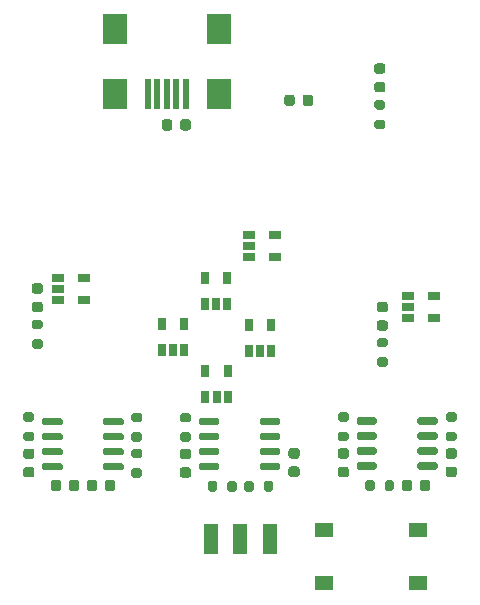
<source format=gbr>
G04 #@! TF.GenerationSoftware,KiCad,Pcbnew,(5.1.9)-1*
G04 #@! TF.CreationDate,2021-05-06T17:03:27+01:00*
G04 #@! TF.ProjectId,Little Logic Computer - Power+Timing,4c697474-6c65-4204-9c6f-67696320436f,2.0*
G04 #@! TF.SameCoordinates,Original*
G04 #@! TF.FileFunction,Paste,Top*
G04 #@! TF.FilePolarity,Positive*
%FSLAX46Y46*%
G04 Gerber Fmt 4.6, Leading zero omitted, Abs format (unit mm)*
G04 Created by KiCad (PCBNEW (5.1.9)-1) date 2021-05-06 17:03:27*
%MOMM*%
%LPD*%
G01*
G04 APERTURE LIST*
%ADD10R,1.060000X0.650000*%
%ADD11R,0.650000X1.060000*%
%ADD12R,1.250000X2.500000*%
%ADD13R,1.550000X1.300000*%
%ADD14R,0.500000X2.500000*%
%ADD15R,2.000000X2.500000*%
G04 APERTURE END LIST*
G36*
G01*
X109669000Y-104201400D02*
X109119000Y-104201400D01*
G75*
G02*
X108919000Y-104001400I0J200000D01*
G01*
X108919000Y-103601400D01*
G75*
G02*
X109119000Y-103401400I200000J0D01*
G01*
X109669000Y-103401400D01*
G75*
G02*
X109869000Y-103601400I0J-200000D01*
G01*
X109869000Y-104001400D01*
G75*
G02*
X109669000Y-104201400I-200000J0D01*
G01*
G37*
G36*
G01*
X109669000Y-105851400D02*
X109119000Y-105851400D01*
G75*
G02*
X108919000Y-105651400I0J200000D01*
G01*
X108919000Y-105251400D01*
G75*
G02*
X109119000Y-105051400I200000J0D01*
G01*
X109669000Y-105051400D01*
G75*
G02*
X109869000Y-105251400I0J-200000D01*
G01*
X109869000Y-105651400D01*
G75*
G02*
X109669000Y-105851400I-200000J0D01*
G01*
G37*
G36*
G01*
X138675800Y-85596400D02*
X138125800Y-85596400D01*
G75*
G02*
X137925800Y-85396400I0J200000D01*
G01*
X137925800Y-84996400D01*
G75*
G02*
X138125800Y-84796400I200000J0D01*
G01*
X138675800Y-84796400D01*
G75*
G02*
X138875800Y-84996400I0J-200000D01*
G01*
X138875800Y-85396400D01*
G75*
G02*
X138675800Y-85596400I-200000J0D01*
G01*
G37*
G36*
G01*
X138675800Y-87246400D02*
X138125800Y-87246400D01*
G75*
G02*
X137925800Y-87046400I0J200000D01*
G01*
X137925800Y-86646400D01*
G75*
G02*
X138125800Y-86446400I200000J0D01*
G01*
X138675800Y-86446400D01*
G75*
G02*
X138875800Y-86646400I0J-200000D01*
G01*
X138875800Y-87046400D01*
G75*
G02*
X138675800Y-87246400I-200000J0D01*
G01*
G37*
G36*
G01*
X109650250Y-101177600D02*
X109137750Y-101177600D01*
G75*
G02*
X108919000Y-100958850I0J218750D01*
G01*
X108919000Y-100521350D01*
G75*
G02*
X109137750Y-100302600I218750J0D01*
G01*
X109650250Y-100302600D01*
G75*
G02*
X109869000Y-100521350I0J-218750D01*
G01*
X109869000Y-100958850D01*
G75*
G02*
X109650250Y-101177600I-218750J0D01*
G01*
G37*
G36*
G01*
X109650250Y-102752600D02*
X109137750Y-102752600D01*
G75*
G02*
X108919000Y-102533850I0J218750D01*
G01*
X108919000Y-102096350D01*
G75*
G02*
X109137750Y-101877600I218750J0D01*
G01*
X109650250Y-101877600D01*
G75*
G02*
X109869000Y-102096350I0J-218750D01*
G01*
X109869000Y-102533850D01*
G75*
G02*
X109650250Y-102752600I-218750J0D01*
G01*
G37*
G36*
G01*
X138657050Y-82559500D02*
X138144550Y-82559500D01*
G75*
G02*
X137925800Y-82340750I0J218750D01*
G01*
X137925800Y-81903250D01*
G75*
G02*
X138144550Y-81684500I218750J0D01*
G01*
X138657050Y-81684500D01*
G75*
G02*
X138875800Y-81903250I0J-218750D01*
G01*
X138875800Y-82340750D01*
G75*
G02*
X138657050Y-82559500I-218750J0D01*
G01*
G37*
G36*
G01*
X138657050Y-84134500D02*
X138144550Y-84134500D01*
G75*
G02*
X137925800Y-83915750I0J218750D01*
G01*
X137925800Y-83478250D01*
G75*
G02*
X138144550Y-83259500I218750J0D01*
G01*
X138657050Y-83259500D01*
G75*
G02*
X138875800Y-83478250I0J-218750D01*
G01*
X138875800Y-83915750D01*
G75*
G02*
X138657050Y-84134500I-218750J0D01*
G01*
G37*
G36*
G01*
X131386400Y-115159600D02*
X130886400Y-115159600D01*
G75*
G02*
X130661400Y-114934600I0J225000D01*
G01*
X130661400Y-114484600D01*
G75*
G02*
X130886400Y-114259600I225000J0D01*
G01*
X131386400Y-114259600D01*
G75*
G02*
X131611400Y-114484600I0J-225000D01*
G01*
X131611400Y-114934600D01*
G75*
G02*
X131386400Y-115159600I-225000J0D01*
G01*
G37*
G36*
G01*
X131386400Y-116709600D02*
X130886400Y-116709600D01*
G75*
G02*
X130661400Y-116484600I0J225000D01*
G01*
X130661400Y-116034600D01*
G75*
G02*
X130886400Y-115809600I225000J0D01*
G01*
X131386400Y-115809600D01*
G75*
G02*
X131611400Y-116034600I0J-225000D01*
G01*
X131611400Y-116484600D01*
G75*
G02*
X131386400Y-116709600I-225000J0D01*
G01*
G37*
G36*
G01*
X141136800Y-117178000D02*
X141136800Y-117678000D01*
G75*
G02*
X140911800Y-117903000I-225000J0D01*
G01*
X140461800Y-117903000D01*
G75*
G02*
X140236800Y-117678000I0J225000D01*
G01*
X140236800Y-117178000D01*
G75*
G02*
X140461800Y-116953000I225000J0D01*
G01*
X140911800Y-116953000D01*
G75*
G02*
X141136800Y-117178000I0J-225000D01*
G01*
G37*
G36*
G01*
X142686800Y-117178000D02*
X142686800Y-117678000D01*
G75*
G02*
X142461800Y-117903000I-225000J0D01*
G01*
X142011800Y-117903000D01*
G75*
G02*
X141786800Y-117678000I0J225000D01*
G01*
X141786800Y-117178000D01*
G75*
G02*
X142011800Y-116953000I225000J0D01*
G01*
X142461800Y-116953000D01*
G75*
G02*
X142686800Y-117178000I0J-225000D01*
G01*
G37*
G36*
G01*
X115116800Y-117678000D02*
X115116800Y-117178000D01*
G75*
G02*
X115341800Y-116953000I225000J0D01*
G01*
X115791800Y-116953000D01*
G75*
G02*
X116016800Y-117178000I0J-225000D01*
G01*
X116016800Y-117678000D01*
G75*
G02*
X115791800Y-117903000I-225000J0D01*
G01*
X115341800Y-117903000D01*
G75*
G02*
X115116800Y-117678000I0J225000D01*
G01*
G37*
G36*
G01*
X113566800Y-117678000D02*
X113566800Y-117178000D01*
G75*
G02*
X113791800Y-116953000I225000J0D01*
G01*
X114241800Y-116953000D01*
G75*
G02*
X114466800Y-117178000I0J-225000D01*
G01*
X114466800Y-117678000D01*
G75*
G02*
X114241800Y-117903000I-225000J0D01*
G01*
X113791800Y-117903000D01*
G75*
G02*
X113566800Y-117678000I0J225000D01*
G01*
G37*
D10*
X142955200Y-101339600D03*
X142955200Y-103239600D03*
X140755200Y-103239600D03*
X140755200Y-102289600D03*
X140755200Y-101339600D03*
X129493200Y-96208800D03*
X129493200Y-98108800D03*
X127293200Y-98108800D03*
X127293200Y-97158800D03*
X127293200Y-96208800D03*
D11*
X123582400Y-99868800D03*
X125482400Y-99868800D03*
X125482400Y-102068800D03*
X124532400Y-102068800D03*
X123582400Y-102068800D03*
X127290800Y-103798000D03*
X129190800Y-103798000D03*
X129190800Y-105998000D03*
X128240800Y-105998000D03*
X127290800Y-105998000D03*
X119924800Y-103780400D03*
X121824800Y-103780400D03*
X121824800Y-105980400D03*
X120874800Y-105980400D03*
X119924800Y-105980400D03*
D10*
X113321200Y-99815600D03*
X113321200Y-101715600D03*
X111121200Y-101715600D03*
X111121200Y-100765600D03*
X111121200Y-99815600D03*
D11*
X123633200Y-107692000D03*
X125533200Y-107692000D03*
X125533200Y-109892000D03*
X124583200Y-109892000D03*
X123633200Y-109892000D03*
D12*
X129064400Y-121993200D03*
X126564400Y-121993200D03*
X124064400Y-121993200D03*
D13*
X133658800Y-121172400D03*
X133658800Y-125672400D03*
X141618800Y-125672400D03*
X141618800Y-121172400D03*
G36*
G01*
X122216600Y-112075400D02*
X121666600Y-112075400D01*
G75*
G02*
X121466600Y-111875400I0J200000D01*
G01*
X121466600Y-111475400D01*
G75*
G02*
X121666600Y-111275400I200000J0D01*
G01*
X122216600Y-111275400D01*
G75*
G02*
X122416600Y-111475400I0J-200000D01*
G01*
X122416600Y-111875400D01*
G75*
G02*
X122216600Y-112075400I-200000J0D01*
G01*
G37*
G36*
G01*
X122216600Y-113725400D02*
X121666600Y-113725400D01*
G75*
G02*
X121466600Y-113525400I0J200000D01*
G01*
X121466600Y-113125400D01*
G75*
G02*
X121666600Y-112925400I200000J0D01*
G01*
X122216600Y-112925400D01*
G75*
G02*
X122416600Y-113125400I0J-200000D01*
G01*
X122416600Y-113525400D01*
G75*
G02*
X122216600Y-113725400I-200000J0D01*
G01*
G37*
G36*
G01*
X138879000Y-105737600D02*
X138329000Y-105737600D01*
G75*
G02*
X138129000Y-105537600I0J200000D01*
G01*
X138129000Y-105137600D01*
G75*
G02*
X138329000Y-104937600I200000J0D01*
G01*
X138879000Y-104937600D01*
G75*
G02*
X139079000Y-105137600I0J-200000D01*
G01*
X139079000Y-105537600D01*
G75*
G02*
X138879000Y-105737600I-200000J0D01*
G01*
G37*
G36*
G01*
X138879000Y-107387600D02*
X138329000Y-107387600D01*
G75*
G02*
X138129000Y-107187600I0J200000D01*
G01*
X138129000Y-106787600D01*
G75*
G02*
X138329000Y-106587600I200000J0D01*
G01*
X138879000Y-106587600D01*
G75*
G02*
X139079000Y-106787600I0J-200000D01*
G01*
X139079000Y-107187600D01*
G75*
G02*
X138879000Y-107387600I-200000J0D01*
G01*
G37*
G36*
G01*
X124627600Y-117203800D02*
X124627600Y-117753800D01*
G75*
G02*
X124427600Y-117953800I-200000J0D01*
G01*
X124027600Y-117953800D01*
G75*
G02*
X123827600Y-117753800I0J200000D01*
G01*
X123827600Y-117203800D01*
G75*
G02*
X124027600Y-117003800I200000J0D01*
G01*
X124427600Y-117003800D01*
G75*
G02*
X124627600Y-117203800I0J-200000D01*
G01*
G37*
G36*
G01*
X126277600Y-117203800D02*
X126277600Y-117753800D01*
G75*
G02*
X126077600Y-117953800I-200000J0D01*
G01*
X125677600Y-117953800D01*
G75*
G02*
X125477600Y-117753800I0J200000D01*
G01*
X125477600Y-117203800D01*
G75*
G02*
X125677600Y-117003800I200000J0D01*
G01*
X126077600Y-117003800D01*
G75*
G02*
X126277600Y-117203800I0J-200000D01*
G01*
G37*
G36*
G01*
X127726400Y-117203800D02*
X127726400Y-117753800D01*
G75*
G02*
X127526400Y-117953800I-200000J0D01*
G01*
X127126400Y-117953800D01*
G75*
G02*
X126926400Y-117753800I0J200000D01*
G01*
X126926400Y-117203800D01*
G75*
G02*
X127126400Y-117003800I200000J0D01*
G01*
X127526400Y-117003800D01*
G75*
G02*
X127726400Y-117203800I0J-200000D01*
G01*
G37*
G36*
G01*
X129376400Y-117203800D02*
X129376400Y-117753800D01*
G75*
G02*
X129176400Y-117953800I-200000J0D01*
G01*
X128776400Y-117953800D01*
G75*
G02*
X128576400Y-117753800I0J200000D01*
G01*
X128576400Y-117203800D01*
G75*
G02*
X128776400Y-117003800I200000J0D01*
G01*
X129176400Y-117003800D01*
G75*
G02*
X129376400Y-117203800I0J-200000D01*
G01*
G37*
G36*
G01*
X144171000Y-112874600D02*
X144721000Y-112874600D01*
G75*
G02*
X144921000Y-113074600I0J-200000D01*
G01*
X144921000Y-113474600D01*
G75*
G02*
X144721000Y-113674600I-200000J0D01*
G01*
X144171000Y-113674600D01*
G75*
G02*
X143971000Y-113474600I0J200000D01*
G01*
X143971000Y-113074600D01*
G75*
G02*
X144171000Y-112874600I200000J0D01*
G01*
G37*
G36*
G01*
X144171000Y-111224600D02*
X144721000Y-111224600D01*
G75*
G02*
X144921000Y-111424600I0J-200000D01*
G01*
X144921000Y-111824600D01*
G75*
G02*
X144721000Y-112024600I-200000J0D01*
G01*
X144171000Y-112024600D01*
G75*
G02*
X143971000Y-111824600I0J200000D01*
G01*
X143971000Y-111424600D01*
G75*
G02*
X144171000Y-111224600I200000J0D01*
G01*
G37*
G36*
G01*
X135577000Y-112012400D02*
X135027000Y-112012400D01*
G75*
G02*
X134827000Y-111812400I0J200000D01*
G01*
X134827000Y-111412400D01*
G75*
G02*
X135027000Y-111212400I200000J0D01*
G01*
X135577000Y-111212400D01*
G75*
G02*
X135777000Y-111412400I0J-200000D01*
G01*
X135777000Y-111812400D01*
G75*
G02*
X135577000Y-112012400I-200000J0D01*
G01*
G37*
G36*
G01*
X135577000Y-113662400D02*
X135027000Y-113662400D01*
G75*
G02*
X134827000Y-113462400I0J200000D01*
G01*
X134827000Y-113062400D01*
G75*
G02*
X135027000Y-112862400I200000J0D01*
G01*
X135577000Y-112862400D01*
G75*
G02*
X135777000Y-113062400I0J-200000D01*
G01*
X135777000Y-113462400D01*
G75*
G02*
X135577000Y-113662400I-200000J0D01*
G01*
G37*
G36*
G01*
X137963600Y-117153000D02*
X137963600Y-117703000D01*
G75*
G02*
X137763600Y-117903000I-200000J0D01*
G01*
X137363600Y-117903000D01*
G75*
G02*
X137163600Y-117703000I0J200000D01*
G01*
X137163600Y-117153000D01*
G75*
G02*
X137363600Y-116953000I200000J0D01*
G01*
X137763600Y-116953000D01*
G75*
G02*
X137963600Y-117153000I0J-200000D01*
G01*
G37*
G36*
G01*
X139613600Y-117153000D02*
X139613600Y-117703000D01*
G75*
G02*
X139413600Y-117903000I-200000J0D01*
G01*
X139013600Y-117903000D01*
G75*
G02*
X138813600Y-117703000I0J200000D01*
G01*
X138813600Y-117153000D01*
G75*
G02*
X139013600Y-116953000I200000J0D01*
G01*
X139413600Y-116953000D01*
G75*
G02*
X139613600Y-117153000I0J-200000D01*
G01*
G37*
G36*
G01*
X118101800Y-115123400D02*
X117551800Y-115123400D01*
G75*
G02*
X117351800Y-114923400I0J200000D01*
G01*
X117351800Y-114523400D01*
G75*
G02*
X117551800Y-114323400I200000J0D01*
G01*
X118101800Y-114323400D01*
G75*
G02*
X118301800Y-114523400I0J-200000D01*
G01*
X118301800Y-114923400D01*
G75*
G02*
X118101800Y-115123400I-200000J0D01*
G01*
G37*
G36*
G01*
X118101800Y-116773400D02*
X117551800Y-116773400D01*
G75*
G02*
X117351800Y-116573400I0J200000D01*
G01*
X117351800Y-116173400D01*
G75*
G02*
X117551800Y-115973400I200000J0D01*
G01*
X118101800Y-115973400D01*
G75*
G02*
X118301800Y-116173400I0J-200000D01*
G01*
X118301800Y-116573400D01*
G75*
G02*
X118101800Y-116773400I-200000J0D01*
G01*
G37*
G36*
G01*
X108957800Y-112024600D02*
X108407800Y-112024600D01*
G75*
G02*
X108207800Y-111824600I0J200000D01*
G01*
X108207800Y-111424600D01*
G75*
G02*
X108407800Y-111224600I200000J0D01*
G01*
X108957800Y-111224600D01*
G75*
G02*
X109157800Y-111424600I0J-200000D01*
G01*
X109157800Y-111824600D01*
G75*
G02*
X108957800Y-112024600I-200000J0D01*
G01*
G37*
G36*
G01*
X108957800Y-113674600D02*
X108407800Y-113674600D01*
G75*
G02*
X108207800Y-113474600I0J200000D01*
G01*
X108207800Y-113074600D01*
G75*
G02*
X108407800Y-112874600I200000J0D01*
G01*
X108957800Y-112874600D01*
G75*
G02*
X109157800Y-113074600I0J-200000D01*
G01*
X109157800Y-113474600D01*
G75*
G02*
X108957800Y-113674600I-200000J0D01*
G01*
G37*
G36*
G01*
X117551800Y-112913200D02*
X118101800Y-112913200D01*
G75*
G02*
X118301800Y-113113200I0J-200000D01*
G01*
X118301800Y-113513200D01*
G75*
G02*
X118101800Y-113713200I-200000J0D01*
G01*
X117551800Y-113713200D01*
G75*
G02*
X117351800Y-113513200I0J200000D01*
G01*
X117351800Y-113113200D01*
G75*
G02*
X117551800Y-112913200I200000J0D01*
G01*
G37*
G36*
G01*
X117551800Y-111263200D02*
X118101800Y-111263200D01*
G75*
G02*
X118301800Y-111463200I0J-200000D01*
G01*
X118301800Y-111863200D01*
G75*
G02*
X118101800Y-112063200I-200000J0D01*
G01*
X117551800Y-112063200D01*
G75*
G02*
X117351800Y-111863200I0J200000D01*
G01*
X117351800Y-111463200D01*
G75*
G02*
X117551800Y-111263200I200000J0D01*
G01*
G37*
D14*
X118766800Y-84264800D03*
X119566800Y-84264800D03*
X120366800Y-84264800D03*
X121166800Y-84264800D03*
X121966800Y-84264800D03*
D15*
X115966800Y-84264800D03*
X124766800Y-84264800D03*
X115966800Y-78764800D03*
X124766800Y-78764800D03*
G36*
G01*
X138860250Y-102752400D02*
X138347750Y-102752400D01*
G75*
G02*
X138129000Y-102533650I0J218750D01*
G01*
X138129000Y-102096150D01*
G75*
G02*
X138347750Y-101877400I218750J0D01*
G01*
X138860250Y-101877400D01*
G75*
G02*
X139079000Y-102096150I0J-218750D01*
G01*
X139079000Y-102533650D01*
G75*
G02*
X138860250Y-102752400I-218750J0D01*
G01*
G37*
G36*
G01*
X138860250Y-104327400D02*
X138347750Y-104327400D01*
G75*
G02*
X138129000Y-104108650I0J218750D01*
G01*
X138129000Y-103671150D01*
G75*
G02*
X138347750Y-103452400I218750J0D01*
G01*
X138860250Y-103452400D01*
G75*
G02*
X139079000Y-103671150I0J-218750D01*
G01*
X139079000Y-104108650D01*
G75*
G02*
X138860250Y-104327400I-218750J0D01*
G01*
G37*
G36*
G01*
X121685350Y-115898400D02*
X122197850Y-115898400D01*
G75*
G02*
X122416600Y-116117150I0J-218750D01*
G01*
X122416600Y-116554650D01*
G75*
G02*
X122197850Y-116773400I-218750J0D01*
G01*
X121685350Y-116773400D01*
G75*
G02*
X121466600Y-116554650I0J218750D01*
G01*
X121466600Y-116117150D01*
G75*
G02*
X121685350Y-115898400I218750J0D01*
G01*
G37*
G36*
G01*
X121685350Y-114323400D02*
X122197850Y-114323400D01*
G75*
G02*
X122416600Y-114542150I0J-218750D01*
G01*
X122416600Y-114979650D01*
G75*
G02*
X122197850Y-115198400I-218750J0D01*
G01*
X121685350Y-115198400D01*
G75*
G02*
X121466600Y-114979650I0J218750D01*
G01*
X121466600Y-114542150D01*
G75*
G02*
X121685350Y-114323400I218750J0D01*
G01*
G37*
G36*
G01*
X135045750Y-115847600D02*
X135558250Y-115847600D01*
G75*
G02*
X135777000Y-116066350I0J-218750D01*
G01*
X135777000Y-116503850D01*
G75*
G02*
X135558250Y-116722600I-218750J0D01*
G01*
X135045750Y-116722600D01*
G75*
G02*
X134827000Y-116503850I0J218750D01*
G01*
X134827000Y-116066350D01*
G75*
G02*
X135045750Y-115847600I218750J0D01*
G01*
G37*
G36*
G01*
X135045750Y-114272600D02*
X135558250Y-114272600D01*
G75*
G02*
X135777000Y-114491350I0J-218750D01*
G01*
X135777000Y-114928850D01*
G75*
G02*
X135558250Y-115147600I-218750J0D01*
G01*
X135045750Y-115147600D01*
G75*
G02*
X134827000Y-114928850I0J218750D01*
G01*
X134827000Y-114491350D01*
G75*
G02*
X135045750Y-114272600I218750J0D01*
G01*
G37*
G36*
G01*
X108426550Y-115872900D02*
X108939050Y-115872900D01*
G75*
G02*
X109157800Y-116091650I0J-218750D01*
G01*
X109157800Y-116529150D01*
G75*
G02*
X108939050Y-116747900I-218750J0D01*
G01*
X108426550Y-116747900D01*
G75*
G02*
X108207800Y-116529150I0J218750D01*
G01*
X108207800Y-116091650D01*
G75*
G02*
X108426550Y-115872900I218750J0D01*
G01*
G37*
G36*
G01*
X108426550Y-114297900D02*
X108939050Y-114297900D01*
G75*
G02*
X109157800Y-114516650I0J-218750D01*
G01*
X109157800Y-114954150D01*
G75*
G02*
X108939050Y-115172900I-218750J0D01*
G01*
X108426550Y-115172900D01*
G75*
G02*
X108207800Y-114954150I0J218750D01*
G01*
X108207800Y-114516650D01*
G75*
G02*
X108426550Y-114297900I218750J0D01*
G01*
G37*
G36*
G01*
X144196000Y-115822600D02*
X144696000Y-115822600D01*
G75*
G02*
X144921000Y-116047600I0J-225000D01*
G01*
X144921000Y-116497600D01*
G75*
G02*
X144696000Y-116722600I-225000J0D01*
G01*
X144196000Y-116722600D01*
G75*
G02*
X143971000Y-116497600I0J225000D01*
G01*
X143971000Y-116047600D01*
G75*
G02*
X144196000Y-115822600I225000J0D01*
G01*
G37*
G36*
G01*
X144196000Y-114272600D02*
X144696000Y-114272600D01*
G75*
G02*
X144921000Y-114497600I0J-225000D01*
G01*
X144921000Y-114947600D01*
G75*
G02*
X144696000Y-115172600I-225000J0D01*
G01*
X144196000Y-115172600D01*
G75*
G02*
X143971000Y-114947600I0J225000D01*
G01*
X143971000Y-114497600D01*
G75*
G02*
X144196000Y-114272600I225000J0D01*
G01*
G37*
G36*
G01*
X111418800Y-117178000D02*
X111418800Y-117678000D01*
G75*
G02*
X111193800Y-117903000I-225000J0D01*
G01*
X110743800Y-117903000D01*
G75*
G02*
X110518800Y-117678000I0J225000D01*
G01*
X110518800Y-117178000D01*
G75*
G02*
X110743800Y-116953000I225000J0D01*
G01*
X111193800Y-116953000D01*
G75*
G02*
X111418800Y-117178000I0J-225000D01*
G01*
G37*
G36*
G01*
X112968800Y-117178000D02*
X112968800Y-117678000D01*
G75*
G02*
X112743800Y-117903000I-225000J0D01*
G01*
X112293800Y-117903000D01*
G75*
G02*
X112068800Y-117678000I0J225000D01*
G01*
X112068800Y-117178000D01*
G75*
G02*
X112293800Y-116953000I225000J0D01*
G01*
X112743800Y-116953000D01*
G75*
G02*
X112968800Y-117178000I0J-225000D01*
G01*
G37*
G36*
G01*
X120841600Y-86647200D02*
X120841600Y-87147200D01*
G75*
G02*
X120616600Y-87372200I-225000J0D01*
G01*
X120166600Y-87372200D01*
G75*
G02*
X119941600Y-87147200I0J225000D01*
G01*
X119941600Y-86647200D01*
G75*
G02*
X120166600Y-86422200I225000J0D01*
G01*
X120616600Y-86422200D01*
G75*
G02*
X120841600Y-86647200I0J-225000D01*
G01*
G37*
G36*
G01*
X122391600Y-86647200D02*
X122391600Y-87147200D01*
G75*
G02*
X122166600Y-87372200I-225000J0D01*
G01*
X121716600Y-87372200D01*
G75*
G02*
X121491600Y-87147200I0J225000D01*
G01*
X121491600Y-86647200D01*
G75*
G02*
X121716600Y-86422200I225000J0D01*
G01*
X122166600Y-86422200D01*
G75*
G02*
X122391600Y-86647200I0J-225000D01*
G01*
G37*
G36*
G01*
X131854800Y-85064400D02*
X131854800Y-84564400D01*
G75*
G02*
X132079800Y-84339400I225000J0D01*
G01*
X132529800Y-84339400D01*
G75*
G02*
X132754800Y-84564400I0J-225000D01*
G01*
X132754800Y-85064400D01*
G75*
G02*
X132529800Y-85289400I-225000J0D01*
G01*
X132079800Y-85289400D01*
G75*
G02*
X131854800Y-85064400I0J225000D01*
G01*
G37*
G36*
G01*
X130304800Y-85064400D02*
X130304800Y-84564400D01*
G75*
G02*
X130529800Y-84339400I225000J0D01*
G01*
X130979800Y-84339400D01*
G75*
G02*
X131204800Y-84564400I0J-225000D01*
G01*
X131204800Y-85064400D01*
G75*
G02*
X130979800Y-85289400I-225000J0D01*
G01*
X130529800Y-85289400D01*
G75*
G02*
X130304800Y-85064400I0J225000D01*
G01*
G37*
G36*
G01*
X141574000Y-112117000D02*
X141574000Y-111817000D01*
G75*
G02*
X141724000Y-111667000I150000J0D01*
G01*
X143174000Y-111667000D01*
G75*
G02*
X143324000Y-111817000I0J-150000D01*
G01*
X143324000Y-112117000D01*
G75*
G02*
X143174000Y-112267000I-150000J0D01*
G01*
X141724000Y-112267000D01*
G75*
G02*
X141574000Y-112117000I0J150000D01*
G01*
G37*
G36*
G01*
X141574000Y-113387000D02*
X141574000Y-113087000D01*
G75*
G02*
X141724000Y-112937000I150000J0D01*
G01*
X143174000Y-112937000D01*
G75*
G02*
X143324000Y-113087000I0J-150000D01*
G01*
X143324000Y-113387000D01*
G75*
G02*
X143174000Y-113537000I-150000J0D01*
G01*
X141724000Y-113537000D01*
G75*
G02*
X141574000Y-113387000I0J150000D01*
G01*
G37*
G36*
G01*
X141574000Y-114657000D02*
X141574000Y-114357000D01*
G75*
G02*
X141724000Y-114207000I150000J0D01*
G01*
X143174000Y-114207000D01*
G75*
G02*
X143324000Y-114357000I0J-150000D01*
G01*
X143324000Y-114657000D01*
G75*
G02*
X143174000Y-114807000I-150000J0D01*
G01*
X141724000Y-114807000D01*
G75*
G02*
X141574000Y-114657000I0J150000D01*
G01*
G37*
G36*
G01*
X141574000Y-115927000D02*
X141574000Y-115627000D01*
G75*
G02*
X141724000Y-115477000I150000J0D01*
G01*
X143174000Y-115477000D01*
G75*
G02*
X143324000Y-115627000I0J-150000D01*
G01*
X143324000Y-115927000D01*
G75*
G02*
X143174000Y-116077000I-150000J0D01*
G01*
X141724000Y-116077000D01*
G75*
G02*
X141574000Y-115927000I0J150000D01*
G01*
G37*
G36*
G01*
X136424000Y-115927000D02*
X136424000Y-115627000D01*
G75*
G02*
X136574000Y-115477000I150000J0D01*
G01*
X138024000Y-115477000D01*
G75*
G02*
X138174000Y-115627000I0J-150000D01*
G01*
X138174000Y-115927000D01*
G75*
G02*
X138024000Y-116077000I-150000J0D01*
G01*
X136574000Y-116077000D01*
G75*
G02*
X136424000Y-115927000I0J150000D01*
G01*
G37*
G36*
G01*
X136424000Y-114657000D02*
X136424000Y-114357000D01*
G75*
G02*
X136574000Y-114207000I150000J0D01*
G01*
X138024000Y-114207000D01*
G75*
G02*
X138174000Y-114357000I0J-150000D01*
G01*
X138174000Y-114657000D01*
G75*
G02*
X138024000Y-114807000I-150000J0D01*
G01*
X136574000Y-114807000D01*
G75*
G02*
X136424000Y-114657000I0J150000D01*
G01*
G37*
G36*
G01*
X136424000Y-113387000D02*
X136424000Y-113087000D01*
G75*
G02*
X136574000Y-112937000I150000J0D01*
G01*
X138024000Y-112937000D01*
G75*
G02*
X138174000Y-113087000I0J-150000D01*
G01*
X138174000Y-113387000D01*
G75*
G02*
X138024000Y-113537000I-150000J0D01*
G01*
X136574000Y-113537000D01*
G75*
G02*
X136424000Y-113387000I0J150000D01*
G01*
G37*
G36*
G01*
X136424000Y-112117000D02*
X136424000Y-111817000D01*
G75*
G02*
X136574000Y-111667000I150000J0D01*
G01*
X138024000Y-111667000D01*
G75*
G02*
X138174000Y-111817000I0J-150000D01*
G01*
X138174000Y-112117000D01*
G75*
G02*
X138024000Y-112267000I-150000J0D01*
G01*
X136574000Y-112267000D01*
G75*
G02*
X136424000Y-112117000I0J150000D01*
G01*
G37*
G36*
G01*
X128213600Y-112167800D02*
X128213600Y-111867800D01*
G75*
G02*
X128363600Y-111717800I150000J0D01*
G01*
X129813600Y-111717800D01*
G75*
G02*
X129963600Y-111867800I0J-150000D01*
G01*
X129963600Y-112167800D01*
G75*
G02*
X129813600Y-112317800I-150000J0D01*
G01*
X128363600Y-112317800D01*
G75*
G02*
X128213600Y-112167800I0J150000D01*
G01*
G37*
G36*
G01*
X128213600Y-113437800D02*
X128213600Y-113137800D01*
G75*
G02*
X128363600Y-112987800I150000J0D01*
G01*
X129813600Y-112987800D01*
G75*
G02*
X129963600Y-113137800I0J-150000D01*
G01*
X129963600Y-113437800D01*
G75*
G02*
X129813600Y-113587800I-150000J0D01*
G01*
X128363600Y-113587800D01*
G75*
G02*
X128213600Y-113437800I0J150000D01*
G01*
G37*
G36*
G01*
X128213600Y-114707800D02*
X128213600Y-114407800D01*
G75*
G02*
X128363600Y-114257800I150000J0D01*
G01*
X129813600Y-114257800D01*
G75*
G02*
X129963600Y-114407800I0J-150000D01*
G01*
X129963600Y-114707800D01*
G75*
G02*
X129813600Y-114857800I-150000J0D01*
G01*
X128363600Y-114857800D01*
G75*
G02*
X128213600Y-114707800I0J150000D01*
G01*
G37*
G36*
G01*
X128213600Y-115977800D02*
X128213600Y-115677800D01*
G75*
G02*
X128363600Y-115527800I150000J0D01*
G01*
X129813600Y-115527800D01*
G75*
G02*
X129963600Y-115677800I0J-150000D01*
G01*
X129963600Y-115977800D01*
G75*
G02*
X129813600Y-116127800I-150000J0D01*
G01*
X128363600Y-116127800D01*
G75*
G02*
X128213600Y-115977800I0J150000D01*
G01*
G37*
G36*
G01*
X123063600Y-115977800D02*
X123063600Y-115677800D01*
G75*
G02*
X123213600Y-115527800I150000J0D01*
G01*
X124663600Y-115527800D01*
G75*
G02*
X124813600Y-115677800I0J-150000D01*
G01*
X124813600Y-115977800D01*
G75*
G02*
X124663600Y-116127800I-150000J0D01*
G01*
X123213600Y-116127800D01*
G75*
G02*
X123063600Y-115977800I0J150000D01*
G01*
G37*
G36*
G01*
X123063600Y-114707800D02*
X123063600Y-114407800D01*
G75*
G02*
X123213600Y-114257800I150000J0D01*
G01*
X124663600Y-114257800D01*
G75*
G02*
X124813600Y-114407800I0J-150000D01*
G01*
X124813600Y-114707800D01*
G75*
G02*
X124663600Y-114857800I-150000J0D01*
G01*
X123213600Y-114857800D01*
G75*
G02*
X123063600Y-114707800I0J150000D01*
G01*
G37*
G36*
G01*
X123063600Y-113437800D02*
X123063600Y-113137800D01*
G75*
G02*
X123213600Y-112987800I150000J0D01*
G01*
X124663600Y-112987800D01*
G75*
G02*
X124813600Y-113137800I0J-150000D01*
G01*
X124813600Y-113437800D01*
G75*
G02*
X124663600Y-113587800I-150000J0D01*
G01*
X123213600Y-113587800D01*
G75*
G02*
X123063600Y-113437800I0J150000D01*
G01*
G37*
G36*
G01*
X123063600Y-112167800D02*
X123063600Y-111867800D01*
G75*
G02*
X123213600Y-111717800I150000J0D01*
G01*
X124663600Y-111717800D01*
G75*
G02*
X124813600Y-111867800I0J-150000D01*
G01*
X124813600Y-112167800D01*
G75*
G02*
X124663600Y-112317800I-150000J0D01*
G01*
X123213600Y-112317800D01*
G75*
G02*
X123063600Y-112167800I0J150000D01*
G01*
G37*
G36*
G01*
X114954800Y-112167800D02*
X114954800Y-111867800D01*
G75*
G02*
X115104800Y-111717800I150000J0D01*
G01*
X116554800Y-111717800D01*
G75*
G02*
X116704800Y-111867800I0J-150000D01*
G01*
X116704800Y-112167800D01*
G75*
G02*
X116554800Y-112317800I-150000J0D01*
G01*
X115104800Y-112317800D01*
G75*
G02*
X114954800Y-112167800I0J150000D01*
G01*
G37*
G36*
G01*
X114954800Y-113437800D02*
X114954800Y-113137800D01*
G75*
G02*
X115104800Y-112987800I150000J0D01*
G01*
X116554800Y-112987800D01*
G75*
G02*
X116704800Y-113137800I0J-150000D01*
G01*
X116704800Y-113437800D01*
G75*
G02*
X116554800Y-113587800I-150000J0D01*
G01*
X115104800Y-113587800D01*
G75*
G02*
X114954800Y-113437800I0J150000D01*
G01*
G37*
G36*
G01*
X114954800Y-114707800D02*
X114954800Y-114407800D01*
G75*
G02*
X115104800Y-114257800I150000J0D01*
G01*
X116554800Y-114257800D01*
G75*
G02*
X116704800Y-114407800I0J-150000D01*
G01*
X116704800Y-114707800D01*
G75*
G02*
X116554800Y-114857800I-150000J0D01*
G01*
X115104800Y-114857800D01*
G75*
G02*
X114954800Y-114707800I0J150000D01*
G01*
G37*
G36*
G01*
X114954800Y-115977800D02*
X114954800Y-115677800D01*
G75*
G02*
X115104800Y-115527800I150000J0D01*
G01*
X116554800Y-115527800D01*
G75*
G02*
X116704800Y-115677800I0J-150000D01*
G01*
X116704800Y-115977800D01*
G75*
G02*
X116554800Y-116127800I-150000J0D01*
G01*
X115104800Y-116127800D01*
G75*
G02*
X114954800Y-115977800I0J150000D01*
G01*
G37*
G36*
G01*
X109804800Y-115977800D02*
X109804800Y-115677800D01*
G75*
G02*
X109954800Y-115527800I150000J0D01*
G01*
X111404800Y-115527800D01*
G75*
G02*
X111554800Y-115677800I0J-150000D01*
G01*
X111554800Y-115977800D01*
G75*
G02*
X111404800Y-116127800I-150000J0D01*
G01*
X109954800Y-116127800D01*
G75*
G02*
X109804800Y-115977800I0J150000D01*
G01*
G37*
G36*
G01*
X109804800Y-114707800D02*
X109804800Y-114407800D01*
G75*
G02*
X109954800Y-114257800I150000J0D01*
G01*
X111404800Y-114257800D01*
G75*
G02*
X111554800Y-114407800I0J-150000D01*
G01*
X111554800Y-114707800D01*
G75*
G02*
X111404800Y-114857800I-150000J0D01*
G01*
X109954800Y-114857800D01*
G75*
G02*
X109804800Y-114707800I0J150000D01*
G01*
G37*
G36*
G01*
X109804800Y-113437800D02*
X109804800Y-113137800D01*
G75*
G02*
X109954800Y-112987800I150000J0D01*
G01*
X111404800Y-112987800D01*
G75*
G02*
X111554800Y-113137800I0J-150000D01*
G01*
X111554800Y-113437800D01*
G75*
G02*
X111404800Y-113587800I-150000J0D01*
G01*
X109954800Y-113587800D01*
G75*
G02*
X109804800Y-113437800I0J150000D01*
G01*
G37*
G36*
G01*
X109804800Y-112167800D02*
X109804800Y-111867800D01*
G75*
G02*
X109954800Y-111717800I150000J0D01*
G01*
X111404800Y-111717800D01*
G75*
G02*
X111554800Y-111867800I0J-150000D01*
G01*
X111554800Y-112167800D01*
G75*
G02*
X111404800Y-112317800I-150000J0D01*
G01*
X109954800Y-112317800D01*
G75*
G02*
X109804800Y-112167800I0J150000D01*
G01*
G37*
M02*

</source>
